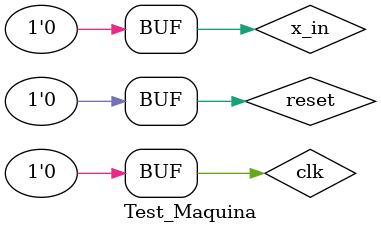
<source format=v>
`timescale 1ns / 1ps


module Test_Maquina;

	// Inputs
	reg x_in;
	reg clk;
	reg reset;

	// Outputs
	wire [1:0] y_out;

	// Instantiate the Unit Under Test (UUT)
	Maquina_de_Estado uut (
		.x_in(x_in), 
		.clk(clk), 
		.reset(reset), 
		.y_out(y_out)
	);

	initial begin
		// Initialize Inputs
		x_in = 0;
		clk = 0;
		reset = 0;

		// Wait 100 ns for global reset to finish
		#100;
        
		// Add stimulus here

	end
      
endmodule


</source>
